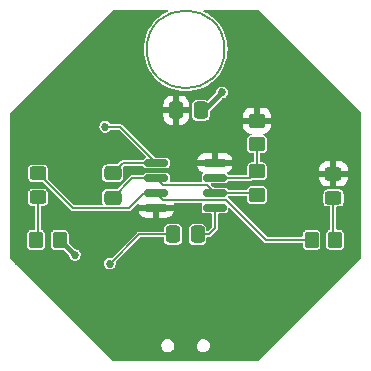
<source format=gbr>
%TF.GenerationSoftware,KiCad,Pcbnew,(6.0.2-0)*%
%TF.CreationDate,2022-04-12T20:56:32+02:00*%
%TF.ProjectId,Blinky,426c696e-6b79-42e6-9b69-6361645f7063,rev?*%
%TF.SameCoordinates,Original*%
%TF.FileFunction,Copper,L1,Top*%
%TF.FilePolarity,Positive*%
%FSLAX46Y46*%
G04 Gerber Fmt 4.6, Leading zero omitted, Abs format (unit mm)*
G04 Created by KiCad (PCBNEW (6.0.2-0)) date 2022-04-12 20:56:32*
%MOMM*%
%LPD*%
G01*
G04 APERTURE LIST*
G04 Aperture macros list*
%AMRoundRect*
0 Rectangle with rounded corners*
0 $1 Rounding radius*
0 $2 $3 $4 $5 $6 $7 $8 $9 X,Y pos of 4 corners*
0 Add a 4 corners polygon primitive as box body*
4,1,4,$2,$3,$4,$5,$6,$7,$8,$9,$2,$3,0*
0 Add four circle primitives for the rounded corners*
1,1,$1+$1,$2,$3*
1,1,$1+$1,$4,$5*
1,1,$1+$1,$6,$7*
1,1,$1+$1,$8,$9*
0 Add four rect primitives between the rounded corners*
20,1,$1+$1,$2,$3,$4,$5,0*
20,1,$1+$1,$4,$5,$6,$7,0*
20,1,$1+$1,$6,$7,$8,$9,0*
20,1,$1+$1,$8,$9,$2,$3,0*%
G04 Aperture macros list end*
%TA.AperFunction,NonConductor*%
%ADD10C,0.200000*%
%TD*%
%TA.AperFunction,SMDPad,CuDef*%
%ADD11RoundRect,0.250000X0.350000X0.450000X-0.350000X0.450000X-0.350000X-0.450000X0.350000X-0.450000X0*%
%TD*%
%TA.AperFunction,SMDPad,CuDef*%
%ADD12RoundRect,0.250000X0.475000X-0.337500X0.475000X0.337500X-0.475000X0.337500X-0.475000X-0.337500X0*%
%TD*%
%TA.AperFunction,SMDPad,CuDef*%
%ADD13RoundRect,0.250000X0.337500X0.475000X-0.337500X0.475000X-0.337500X-0.475000X0.337500X-0.475000X0*%
%TD*%
%TA.AperFunction,SMDPad,CuDef*%
%ADD14RoundRect,0.250000X-0.450000X0.350000X-0.450000X-0.350000X0.450000X-0.350000X0.450000X0.350000X0*%
%TD*%
%TA.AperFunction,SMDPad,CuDef*%
%ADD15RoundRect,0.250000X-0.350000X-0.450000X0.350000X-0.450000X0.350000X0.450000X-0.350000X0.450000X0*%
%TD*%
%TA.AperFunction,SMDPad,CuDef*%
%ADD16RoundRect,0.250000X-0.337500X-0.475000X0.337500X-0.475000X0.337500X0.475000X-0.337500X0.475000X0*%
%TD*%
%TA.AperFunction,SMDPad,CuDef*%
%ADD17RoundRect,0.250000X0.450000X-0.325000X0.450000X0.325000X-0.450000X0.325000X-0.450000X-0.325000X0*%
%TD*%
%TA.AperFunction,SMDPad,CuDef*%
%ADD18RoundRect,0.150000X-0.825000X-0.150000X0.825000X-0.150000X0.825000X0.150000X-0.825000X0.150000X0*%
%TD*%
%TA.AperFunction,ViaPad*%
%ADD19C,0.685800*%
%TD*%
%TA.AperFunction,Conductor*%
%ADD20C,0.400000*%
%TD*%
%TA.AperFunction,Conductor*%
%ADD21C,0.152400*%
%TD*%
%TA.AperFunction,Conductor*%
%ADD22C,0.200000*%
%TD*%
G04 APERTURE END LIST*
D10*
X196342013Y-42169994D02*
G75*
G03*
X196342013Y-42169994I-3292005J0D01*
G01*
D11*
%TO.P,R3,1*%
%TO.N,Net-(D1-Pad1)*%
X205710000Y-58290000D03*
%TO.P,R3,2*%
%TO.N,Net-(D2-Pad2)*%
X203710000Y-58290000D03*
%TD*%
D12*
%TO.P,C1,1*%
%TO.N,Net-(C1-Pad1)*%
X186870000Y-54732500D03*
%TO.P,C1,2*%
%TO.N,GND*%
X186870000Y-52657500D03*
%TD*%
D13*
%TO.P,C3,1*%
%TO.N,Net-(C3-Pad1)*%
X194057500Y-57840000D03*
%TO.P,C3,2*%
%TO.N,GND*%
X191982500Y-57840000D03*
%TD*%
D14*
%TO.P,R1,1*%
%TO.N,/VCC*%
X199090000Y-48200000D03*
%TO.P,R1,2*%
%TO.N,Net-(R1-Pad2)*%
X199090000Y-50200000D03*
%TD*%
D15*
%TO.P,R4,1*%
%TO.N,Net-(D2-Pad1)*%
X180390000Y-58290000D03*
%TO.P,R4,2*%
%TO.N,GND*%
X182390000Y-58290000D03*
%TD*%
D16*
%TO.P,C2,1*%
%TO.N,/VCC*%
X192262500Y-47320000D03*
%TO.P,C2,2*%
%TO.N,GND*%
X194337500Y-47320000D03*
%TD*%
D17*
%TO.P,D2,1,K*%
%TO.N,Net-(D2-Pad1)*%
X180535000Y-54697500D03*
%TO.P,D2,2,A*%
%TO.N,Net-(D2-Pad2)*%
X180535000Y-52647500D03*
%TD*%
D18*
%TO.P,U1,1,GND*%
%TO.N,GND*%
X190575000Y-51790000D03*
%TO.P,U1,2,TR*%
%TO.N,Net-(C1-Pad1)*%
X190575000Y-53060000D03*
%TO.P,U1,3,OUT*%
%TO.N,Net-(D2-Pad2)*%
X190575000Y-54330000D03*
%TO.P,U1,4,RESET*%
%TO.N,/VCC*%
X190575000Y-55600000D03*
%TO.P,U1,5,CNT*%
%TO.N,Net-(C3-Pad1)*%
X195525000Y-55600000D03*
%TO.P,U1,6,THR*%
%TO.N,Net-(C1-Pad1)*%
X195525000Y-54330000D03*
%TO.P,U1,7,DIS*%
%TO.N,Net-(R1-Pad2)*%
X195525000Y-53060000D03*
%TO.P,U1,8,Vdd*%
%TO.N,/VCC*%
X195525000Y-51790000D03*
%TD*%
D14*
%TO.P,R2,1*%
%TO.N,Net-(R1-Pad2)*%
X199090000Y-52500000D03*
%TO.P,R2,2*%
%TO.N,Net-(C1-Pad1)*%
X199090000Y-54500000D03*
%TD*%
D17*
%TO.P,D1,1,K*%
%TO.N,Net-(D1-Pad1)*%
X205565000Y-54742500D03*
%TO.P,D1,2,A*%
%TO.N,/VCC*%
X205565000Y-52692500D03*
%TD*%
D19*
%TO.N,GND*%
X196140000Y-45820000D03*
X186250000Y-48730000D03*
X183670000Y-59570000D03*
X186630000Y-60310000D03*
%TO.N,/VCC*%
X188440000Y-63340000D03*
%TD*%
D20*
%TO.N,GND*%
X194337500Y-47320000D02*
X194640000Y-47320000D01*
D21*
X189100000Y-57840000D02*
X186630000Y-60310000D01*
D22*
X190575000Y-51790000D02*
X187515000Y-48730000D01*
D21*
X191982500Y-57840000D02*
X189100000Y-57840000D01*
D20*
X194640000Y-47320000D02*
X196140000Y-45820000D01*
D22*
X187515000Y-48730000D02*
X186250000Y-48730000D01*
D20*
X182390000Y-58290000D02*
X183670000Y-59570000D01*
D22*
X187737500Y-51790000D02*
X190575000Y-51790000D01*
X186870000Y-52657500D02*
X187737500Y-51790000D01*
%TO.N,Net-(C1-Pad1)*%
X190575000Y-53060000D02*
X188542500Y-53060000D01*
X198920000Y-54330000D02*
X199090000Y-54500000D01*
X190575000Y-53060000D02*
X191174520Y-53659520D01*
X194854520Y-53659520D02*
X195525000Y-54330000D01*
X188542500Y-53060000D02*
X186870000Y-54732500D01*
X191174520Y-53659520D02*
X194854520Y-53659520D01*
X195525000Y-54330000D02*
X198920000Y-54330000D01*
%TO.N,Net-(C3-Pad1)*%
X195525000Y-57315000D02*
X195525000Y-55600000D01*
X194057500Y-57840000D02*
X195000000Y-57840000D01*
X195000000Y-57840000D02*
X195525000Y-57315000D01*
%TO.N,Net-(D1-Pad1)*%
X205565000Y-54742500D02*
X205565000Y-58145000D01*
X205565000Y-58145000D02*
X205710000Y-58290000D01*
%TO.N,Net-(D2-Pad1)*%
X180535000Y-58145000D02*
X180535000Y-54697500D01*
X180390000Y-58290000D02*
X180535000Y-58145000D01*
%TO.N,Net-(D2-Pad2)*%
X203710000Y-58290000D02*
X199825717Y-58290000D01*
X196465717Y-54930000D02*
X191175000Y-54930000D01*
X183507020Y-55619520D02*
X188270480Y-55619520D01*
X188270480Y-55619520D02*
X189560000Y-54330000D01*
X189560000Y-54330000D02*
X190575000Y-54330000D01*
X199825717Y-58290000D02*
X196465717Y-54930000D01*
X191175000Y-54930000D02*
X190575000Y-54330000D01*
X180535000Y-52647500D02*
X183507020Y-55619520D01*
%TO.N,Net-(R1-Pad2)*%
X199090000Y-50200000D02*
X199090000Y-52500000D01*
X198530000Y-53060000D02*
X195525000Y-53060000D01*
X199090000Y-52500000D02*
X198530000Y-53060000D01*
%TD*%
%TA.AperFunction,Conductor*%
%TO.N,/VCC*%
G36*
X191518476Y-38854993D02*
G01*
X191544196Y-38899542D01*
X191535263Y-38950200D01*
X191504278Y-38979604D01*
X191275374Y-39096237D01*
X191273731Y-39097304D01*
X190973072Y-39292554D01*
X190963800Y-39298575D01*
X190962270Y-39299814D01*
X190791606Y-39438015D01*
X190675083Y-39532373D01*
X190412387Y-39795069D01*
X190178589Y-40083786D01*
X189976251Y-40395360D01*
X189807589Y-40726376D01*
X189674453Y-41073210D01*
X189578299Y-41432059D01*
X189520182Y-41798994D01*
X189502963Y-42127554D01*
X189500739Y-42169994D01*
X189520182Y-42540994D01*
X189578299Y-42907929D01*
X189674453Y-43266778D01*
X189807589Y-43613612D01*
X189976251Y-43944628D01*
X190178589Y-44256202D01*
X190412387Y-44544919D01*
X190675083Y-44807615D01*
X190676612Y-44808853D01*
X190676614Y-44808855D01*
X190836235Y-44938113D01*
X190963800Y-45041413D01*
X190965447Y-45042483D01*
X190965449Y-45042484D01*
X190995353Y-45061904D01*
X191275373Y-45243751D01*
X191606390Y-45412413D01*
X191953224Y-45545549D01*
X192312073Y-45641703D01*
X192679008Y-45699820D01*
X193050008Y-45719263D01*
X193421008Y-45699820D01*
X193787943Y-45641703D01*
X194146792Y-45545549D01*
X194493626Y-45412413D01*
X194824643Y-45243751D01*
X195104663Y-45061904D01*
X195134567Y-45042484D01*
X195134569Y-45042483D01*
X195136216Y-45041413D01*
X195263781Y-44938113D01*
X195423402Y-44808855D01*
X195423404Y-44808853D01*
X195424933Y-44807615D01*
X195687629Y-44544919D01*
X195921427Y-44256202D01*
X196123765Y-43944628D01*
X196292427Y-43613612D01*
X196425563Y-43266778D01*
X196521717Y-42907929D01*
X196579834Y-42540994D01*
X196599277Y-42169994D01*
X196579834Y-41798994D01*
X196521717Y-41432059D01*
X196425563Y-41073210D01*
X196292427Y-40726376D01*
X196123765Y-40395360D01*
X195921427Y-40083786D01*
X195687629Y-39795069D01*
X195424933Y-39532373D01*
X195308411Y-39438015D01*
X195137746Y-39299814D01*
X195136216Y-39298575D01*
X195126945Y-39292554D01*
X194826286Y-39097304D01*
X194824643Y-39096237D01*
X194595738Y-38979604D01*
X194560656Y-38941983D01*
X194557964Y-38890614D01*
X194588921Y-38849532D01*
X194629878Y-38837400D01*
X199215498Y-38837400D01*
X199263836Y-38854993D01*
X199268757Y-38859512D01*
X205941406Y-45555012D01*
X207895665Y-47515964D01*
X207917325Y-47562621D01*
X207917600Y-47569047D01*
X207917600Y-59810725D01*
X207900007Y-59859063D01*
X207895574Y-59863899D01*
X199228900Y-68530574D01*
X199182280Y-68552314D01*
X199175726Y-68552600D01*
X186924275Y-68552600D01*
X186875937Y-68535007D01*
X186871101Y-68530574D01*
X185641971Y-67301444D01*
X190993003Y-67301444D01*
X191022945Y-67449941D01*
X191091718Y-67584915D01*
X191194255Y-67696423D01*
X191323001Y-67776249D01*
X191327922Y-67777679D01*
X191327925Y-67777680D01*
X191464690Y-67817414D01*
X191464694Y-67817415D01*
X191468471Y-67818512D01*
X191479215Y-67819301D01*
X191587946Y-67819301D01*
X191590485Y-67818953D01*
X191590488Y-67818953D01*
X191695004Y-67804636D01*
X191695005Y-67804636D01*
X191700084Y-67803940D01*
X191839110Y-67743778D01*
X191956836Y-67648445D01*
X192044588Y-67524966D01*
X192095902Y-67382436D01*
X192101850Y-67301444D01*
X193993003Y-67301444D01*
X194022945Y-67449941D01*
X194091718Y-67584915D01*
X194194255Y-67696423D01*
X194323001Y-67776249D01*
X194327922Y-67777679D01*
X194327925Y-67777680D01*
X194464690Y-67817414D01*
X194464694Y-67817415D01*
X194468471Y-67818512D01*
X194479215Y-67819301D01*
X194587946Y-67819301D01*
X194590485Y-67818953D01*
X194590488Y-67818953D01*
X194695004Y-67804636D01*
X194695005Y-67804636D01*
X194700084Y-67803940D01*
X194839110Y-67743778D01*
X194956836Y-67648445D01*
X195044588Y-67524966D01*
X195095902Y-67382436D01*
X195106997Y-67231358D01*
X195077055Y-67082861D01*
X195008282Y-66947887D01*
X194905745Y-66836379D01*
X194776999Y-66756553D01*
X194772078Y-66755123D01*
X194772075Y-66755122D01*
X194635310Y-66715388D01*
X194635306Y-66715387D01*
X194631529Y-66714290D01*
X194620785Y-66713501D01*
X194512054Y-66713501D01*
X194509515Y-66713849D01*
X194509512Y-66713849D01*
X194404996Y-66728166D01*
X194404995Y-66728166D01*
X194399916Y-66728862D01*
X194260890Y-66789024D01*
X194143164Y-66884357D01*
X194055412Y-67007836D01*
X194004098Y-67150366D01*
X193993003Y-67301444D01*
X192101850Y-67301444D01*
X192106997Y-67231358D01*
X192077055Y-67082861D01*
X192008282Y-66947887D01*
X191905745Y-66836379D01*
X191776999Y-66756553D01*
X191772078Y-66755123D01*
X191772075Y-66755122D01*
X191635310Y-66715388D01*
X191635306Y-66715387D01*
X191631529Y-66714290D01*
X191620785Y-66713501D01*
X191512054Y-66713501D01*
X191509515Y-66713849D01*
X191509512Y-66713849D01*
X191404996Y-66728166D01*
X191404995Y-66728166D01*
X191399916Y-66728862D01*
X191260890Y-66789024D01*
X191143164Y-66884357D01*
X191055412Y-67007836D01*
X191004098Y-67150366D01*
X190993003Y-67301444D01*
X185641971Y-67301444D01*
X178644407Y-60303881D01*
X186129139Y-60303881D01*
X186129833Y-60309188D01*
X186129833Y-60309191D01*
X186131915Y-60325108D01*
X186147554Y-60444701D01*
X186204752Y-60574694D01*
X186296135Y-60683407D01*
X186414358Y-60762103D01*
X186419470Y-60763700D01*
X186419472Y-60763701D01*
X186544798Y-60802856D01*
X186549916Y-60804455D01*
X186614966Y-60805647D01*
X186686550Y-60806959D01*
X186686552Y-60806959D01*
X186691912Y-60807057D01*
X186697083Y-60805647D01*
X186697085Y-60805647D01*
X186770345Y-60785673D01*
X186828931Y-60769701D01*
X186949958Y-60695391D01*
X186953550Y-60691423D01*
X186953552Y-60691421D01*
X186994150Y-60646568D01*
X187045263Y-60590099D01*
X187107186Y-60462290D01*
X187130748Y-60322238D01*
X187130898Y-60310000D01*
X187114070Y-60192494D01*
X187124634Y-60142150D01*
X187135337Y-60128659D01*
X189172870Y-58091126D01*
X189219490Y-58069386D01*
X189226044Y-58069100D01*
X191166900Y-58069100D01*
X191215238Y-58086693D01*
X191240958Y-58131242D01*
X191242100Y-58144300D01*
X191242100Y-58346708D01*
X191257043Y-58441055D01*
X191259730Y-58446328D01*
X191309672Y-58544345D01*
X191314984Y-58554771D01*
X191405229Y-58645016D01*
X191518945Y-58702957D01*
X191524792Y-58703883D01*
X191610374Y-58717438D01*
X191610376Y-58717438D01*
X191613292Y-58717900D01*
X192351708Y-58717900D01*
X192354624Y-58717438D01*
X192354626Y-58717438D01*
X192440208Y-58703883D01*
X192446055Y-58702957D01*
X192559771Y-58645016D01*
X192650016Y-58554771D01*
X192655329Y-58544345D01*
X192705270Y-58446328D01*
X192707957Y-58441055D01*
X192722900Y-58346708D01*
X192722900Y-57333292D01*
X192707957Y-57238945D01*
X192650016Y-57125229D01*
X192559771Y-57034984D01*
X192446055Y-56977043D01*
X192415040Y-56972131D01*
X192354626Y-56962562D01*
X192354624Y-56962562D01*
X192351708Y-56962100D01*
X191613292Y-56962100D01*
X191610376Y-56962562D01*
X191610374Y-56962562D01*
X191549960Y-56972131D01*
X191518945Y-56977043D01*
X191405229Y-57034984D01*
X191314984Y-57125229D01*
X191257043Y-57238945D01*
X191242100Y-57333292D01*
X191242100Y-57535700D01*
X191224507Y-57584038D01*
X191179958Y-57609758D01*
X191166900Y-57610900D01*
X189107960Y-57610900D01*
X189104025Y-57610797D01*
X189097617Y-57610461D01*
X189063360Y-57608666D01*
X189040254Y-57617535D01*
X189028948Y-57620884D01*
X189024064Y-57621923D01*
X189012463Y-57624388D01*
X189012461Y-57624389D01*
X189004735Y-57626031D01*
X188997747Y-57631108D01*
X188980497Y-57640473D01*
X188972435Y-57643568D01*
X188954936Y-57661067D01*
X188945963Y-57668731D01*
X188925942Y-57683278D01*
X188921991Y-57690121D01*
X188921625Y-57690756D01*
X188909674Y-57706329D01*
X186810715Y-59805288D01*
X186764095Y-59827028D01*
X186735995Y-59824161D01*
X186709173Y-59816140D01*
X186704037Y-59814604D01*
X186698681Y-59814571D01*
X186698679Y-59814571D01*
X186635330Y-59814184D01*
X186562020Y-59813736D01*
X186425468Y-59852763D01*
X186305358Y-59928547D01*
X186211346Y-60034996D01*
X186150989Y-60163552D01*
X186129139Y-60303881D01*
X178644407Y-60303881D01*
X178204426Y-59863900D01*
X178182686Y-59817280D01*
X178182400Y-59810726D01*
X178182400Y-58771708D01*
X179637100Y-58771708D01*
X179652043Y-58866055D01*
X179709984Y-58979771D01*
X179800229Y-59070016D01*
X179805505Y-59072704D01*
X179805506Y-59072705D01*
X179809233Y-59074604D01*
X179913945Y-59127957D01*
X179919792Y-59128883D01*
X180005374Y-59142438D01*
X180005376Y-59142438D01*
X180008292Y-59142900D01*
X180771708Y-59142900D01*
X180774624Y-59142438D01*
X180774626Y-59142438D01*
X180860208Y-59128883D01*
X180866055Y-59127957D01*
X180970767Y-59074604D01*
X180974494Y-59072705D01*
X180974495Y-59072704D01*
X180979771Y-59070016D01*
X181070016Y-58979771D01*
X181127957Y-58866055D01*
X181142900Y-58771708D01*
X181637100Y-58771708D01*
X181652043Y-58866055D01*
X181709984Y-58979771D01*
X181800229Y-59070016D01*
X181805505Y-59072704D01*
X181805506Y-59072705D01*
X181809233Y-59074604D01*
X181913945Y-59127957D01*
X181919792Y-59128883D01*
X182005374Y-59142438D01*
X182005376Y-59142438D01*
X182008292Y-59142900D01*
X182712676Y-59142900D01*
X182761014Y-59160493D01*
X182765850Y-59164926D01*
X183151715Y-59550791D01*
X183173105Y-59594213D01*
X183187554Y-59704701D01*
X183244752Y-59834694D01*
X183248197Y-59838792D01*
X183248198Y-59838794D01*
X183261039Y-59854070D01*
X183336135Y-59943407D01*
X183454358Y-60022103D01*
X183459470Y-60023700D01*
X183459472Y-60023701D01*
X183584798Y-60062856D01*
X183589916Y-60064455D01*
X183654966Y-60065647D01*
X183726550Y-60066959D01*
X183726552Y-60066959D01*
X183731912Y-60067057D01*
X183737083Y-60065647D01*
X183737085Y-60065647D01*
X183810345Y-60045673D01*
X183868931Y-60029701D01*
X183976224Y-59963824D01*
X183985393Y-59958194D01*
X183985394Y-59958194D01*
X183989958Y-59955391D01*
X183993550Y-59951423D01*
X183993552Y-59951421D01*
X184072771Y-59863900D01*
X184085263Y-59850099D01*
X184147186Y-59722290D01*
X184170748Y-59582238D01*
X184170898Y-59570000D01*
X184150765Y-59429415D01*
X184091983Y-59300131D01*
X184050480Y-59251965D01*
X184002772Y-59196596D01*
X184002769Y-59196593D01*
X183999278Y-59192542D01*
X183949833Y-59160493D01*
X183884599Y-59118210D01*
X183884598Y-59118210D01*
X183880103Y-59115296D01*
X183744037Y-59074604D01*
X183738681Y-59074571D01*
X183738679Y-59074571D01*
X183716656Y-59074437D01*
X183704125Y-59074360D01*
X183655896Y-59056471D01*
X183651411Y-59052335D01*
X183164926Y-58565850D01*
X183143186Y-58519230D01*
X183142900Y-58512676D01*
X183142900Y-57808292D01*
X183127957Y-57713945D01*
X183090522Y-57640475D01*
X183072705Y-57605506D01*
X183072704Y-57605505D01*
X183070016Y-57600229D01*
X182979771Y-57509984D01*
X182963013Y-57501445D01*
X182926656Y-57482921D01*
X182866055Y-57452043D01*
X182835040Y-57447131D01*
X182774626Y-57437562D01*
X182774624Y-57437562D01*
X182771708Y-57437100D01*
X182008292Y-57437100D01*
X182005376Y-57437562D01*
X182005374Y-57437562D01*
X181944960Y-57447131D01*
X181913945Y-57452043D01*
X181853344Y-57482921D01*
X181816988Y-57501445D01*
X181800229Y-57509984D01*
X181709984Y-57600229D01*
X181707296Y-57605505D01*
X181707295Y-57605506D01*
X181689478Y-57640475D01*
X181652043Y-57713945D01*
X181637100Y-57808292D01*
X181637100Y-58771708D01*
X181142900Y-58771708D01*
X181142900Y-57808292D01*
X181127957Y-57713945D01*
X181090522Y-57640475D01*
X181072705Y-57605506D01*
X181072704Y-57605505D01*
X181070016Y-57600229D01*
X180979771Y-57509984D01*
X180963013Y-57501445D01*
X180871327Y-57454729D01*
X180871326Y-57454729D01*
X180866055Y-57452043D01*
X180860210Y-57451117D01*
X180860209Y-57451117D01*
X180851337Y-57449712D01*
X180806346Y-57424774D01*
X180787900Y-57375438D01*
X180787900Y-55500600D01*
X180805493Y-55452262D01*
X180850042Y-55426542D01*
X180863100Y-55425400D01*
X181016708Y-55425400D01*
X181019624Y-55424938D01*
X181019626Y-55424938D01*
X181105208Y-55411383D01*
X181111055Y-55410457D01*
X181182730Y-55373937D01*
X181219494Y-55355205D01*
X181219495Y-55355204D01*
X181224771Y-55352516D01*
X181315016Y-55262271D01*
X181372957Y-55148555D01*
X181387900Y-55054208D01*
X181387900Y-54340792D01*
X181372957Y-54246445D01*
X181335810Y-54173539D01*
X181317705Y-54138006D01*
X181317704Y-54138005D01*
X181315016Y-54132729D01*
X181224771Y-54042484D01*
X181204647Y-54032230D01*
X181155214Y-54007043D01*
X181111055Y-53984543D01*
X181080040Y-53979631D01*
X181019626Y-53970062D01*
X181019624Y-53970062D01*
X181016708Y-53969600D01*
X180053292Y-53969600D01*
X180050376Y-53970062D01*
X180050374Y-53970062D01*
X179989960Y-53979631D01*
X179958945Y-53984543D01*
X179914786Y-54007043D01*
X179865354Y-54032230D01*
X179845229Y-54042484D01*
X179754984Y-54132729D01*
X179752296Y-54138005D01*
X179752295Y-54138006D01*
X179734190Y-54173539D01*
X179697043Y-54246445D01*
X179682100Y-54340792D01*
X179682100Y-55054208D01*
X179697043Y-55148555D01*
X179754984Y-55262271D01*
X179845229Y-55352516D01*
X179850505Y-55355204D01*
X179850506Y-55355205D01*
X179887270Y-55373937D01*
X179958945Y-55410457D01*
X179964792Y-55411383D01*
X180050374Y-55424938D01*
X180050376Y-55424938D01*
X180053292Y-55425400D01*
X180206900Y-55425400D01*
X180255238Y-55442993D01*
X180280958Y-55487542D01*
X180282100Y-55500600D01*
X180282100Y-57361900D01*
X180264507Y-57410238D01*
X180219958Y-57435958D01*
X180206900Y-57437100D01*
X180008292Y-57437100D01*
X180005376Y-57437562D01*
X180005374Y-57437562D01*
X179944960Y-57447131D01*
X179913945Y-57452043D01*
X179853344Y-57482921D01*
X179816988Y-57501445D01*
X179800229Y-57509984D01*
X179709984Y-57600229D01*
X179707296Y-57605505D01*
X179707295Y-57605506D01*
X179689478Y-57640475D01*
X179652043Y-57713945D01*
X179637100Y-57808292D01*
X179637100Y-58771708D01*
X178182400Y-58771708D01*
X178182400Y-53004208D01*
X179682100Y-53004208D01*
X179697043Y-53098555D01*
X179754984Y-53212271D01*
X179845229Y-53302516D01*
X179850505Y-53305204D01*
X179850506Y-53305205D01*
X179889388Y-53325016D01*
X179958945Y-53360457D01*
X179964792Y-53361383D01*
X180050374Y-53374938D01*
X180050376Y-53374938D01*
X180053292Y-53375400D01*
X180874097Y-53375400D01*
X180922435Y-53392993D01*
X180927271Y-53397426D01*
X183305341Y-55775496D01*
X183314693Y-55786891D01*
X183324689Y-55801851D01*
X183345806Y-55815961D01*
X183345807Y-55815962D01*
X183408343Y-55857747D01*
X183415605Y-55859191D01*
X183415606Y-55859192D01*
X183499755Y-55875930D01*
X183507020Y-55877375D01*
X183524668Y-55873865D01*
X183539336Y-55872420D01*
X188238164Y-55872420D01*
X188252832Y-55873865D01*
X188270480Y-55877375D01*
X188277745Y-55875930D01*
X188361894Y-55859192D01*
X188361895Y-55859191D01*
X188361910Y-55859188D01*
X189097248Y-55859188D01*
X189097416Y-55862291D01*
X189139998Y-56008858D01*
X189143726Y-56017471D01*
X189223536Y-56152425D01*
X189229294Y-56159847D01*
X189340153Y-56270706D01*
X189347575Y-56276464D01*
X189482529Y-56356274D01*
X189491142Y-56360002D01*
X189642555Y-56403992D01*
X189650083Y-56405367D01*
X189682065Y-56407884D01*
X189685023Y-56408000D01*
X190307741Y-56408000D01*
X190317898Y-56404303D01*
X190321000Y-56398931D01*
X190321000Y-56394740D01*
X190829000Y-56394740D01*
X190832697Y-56404897D01*
X190838069Y-56407999D01*
X191464975Y-56407999D01*
X191467938Y-56407882D01*
X191499919Y-56405367D01*
X191507442Y-56403993D01*
X191658858Y-56360002D01*
X191667471Y-56356274D01*
X191802425Y-56276464D01*
X191809847Y-56270706D01*
X191920706Y-56159847D01*
X191926464Y-56152425D01*
X192006274Y-56017471D01*
X192010002Y-56008858D01*
X192051293Y-55866734D01*
X192050577Y-55855946D01*
X192049385Y-55854704D01*
X192046360Y-55854000D01*
X190842259Y-55854000D01*
X190832102Y-55857697D01*
X190829000Y-55863069D01*
X190829000Y-56394740D01*
X190321000Y-56394740D01*
X190321000Y-55867259D01*
X190317303Y-55857102D01*
X190311931Y-55854000D01*
X189108266Y-55854000D01*
X189098109Y-55857697D01*
X189097248Y-55859188D01*
X188361910Y-55859188D01*
X188369157Y-55857747D01*
X188431693Y-55815962D01*
X188431694Y-55815961D01*
X188452811Y-55801851D01*
X188462807Y-55786891D01*
X188472159Y-55775496D01*
X188970005Y-55277650D01*
X189016625Y-55255910D01*
X189066312Y-55269224D01*
X189095817Y-55311361D01*
X189098214Y-55325841D01*
X189099423Y-55344054D01*
X189100615Y-55345296D01*
X189103640Y-55346000D01*
X192041734Y-55346000D01*
X192051891Y-55342303D01*
X192052752Y-55340812D01*
X192052584Y-55337707D01*
X192035551Y-55279080D01*
X192038960Y-55227754D01*
X192074564Y-55190626D01*
X192107765Y-55182900D01*
X194371396Y-55182900D01*
X194419734Y-55200493D01*
X194445454Y-55245042D01*
X194440174Y-55288506D01*
X194400118Y-55379111D01*
X194397100Y-55404996D01*
X194397100Y-55795004D01*
X194397363Y-55797211D01*
X194397363Y-55797218D01*
X194398404Y-55805963D01*
X194400242Y-55821412D01*
X194446048Y-55924536D01*
X194450959Y-55929438D01*
X194520683Y-55999041D01*
X194525907Y-56004256D01*
X194532257Y-56007063D01*
X194532258Y-56007064D01*
X194588828Y-56032073D01*
X194629111Y-56049882D01*
X194634729Y-56050537D01*
X194652834Y-56052648D01*
X194652835Y-56052648D01*
X194654996Y-56052900D01*
X195196900Y-56052900D01*
X195245238Y-56070493D01*
X195270958Y-56115042D01*
X195272100Y-56128100D01*
X195272100Y-57179097D01*
X195254507Y-57227435D01*
X195250074Y-57232271D01*
X194926274Y-57556071D01*
X194879654Y-57577811D01*
X194829967Y-57564497D01*
X194800462Y-57522360D01*
X194797900Y-57502897D01*
X194797900Y-57333292D01*
X194782957Y-57238945D01*
X194725016Y-57125229D01*
X194634771Y-57034984D01*
X194521055Y-56977043D01*
X194490040Y-56972131D01*
X194429626Y-56962562D01*
X194429624Y-56962562D01*
X194426708Y-56962100D01*
X193688292Y-56962100D01*
X193685376Y-56962562D01*
X193685374Y-56962562D01*
X193624960Y-56972131D01*
X193593945Y-56977043D01*
X193480229Y-57034984D01*
X193389984Y-57125229D01*
X193332043Y-57238945D01*
X193317100Y-57333292D01*
X193317100Y-58346708D01*
X193332043Y-58441055D01*
X193334730Y-58446328D01*
X193384672Y-58544345D01*
X193389984Y-58554771D01*
X193480229Y-58645016D01*
X193593945Y-58702957D01*
X193599792Y-58703883D01*
X193685374Y-58717438D01*
X193685376Y-58717438D01*
X193688292Y-58717900D01*
X194426708Y-58717900D01*
X194429624Y-58717438D01*
X194429626Y-58717438D01*
X194515208Y-58703883D01*
X194521055Y-58702957D01*
X194634771Y-58645016D01*
X194725016Y-58554771D01*
X194730329Y-58544345D01*
X194780270Y-58446328D01*
X194782957Y-58441055D01*
X194797900Y-58346708D01*
X194797900Y-58168100D01*
X194815493Y-58119762D01*
X194860042Y-58094042D01*
X194873100Y-58092900D01*
X194967684Y-58092900D01*
X194982352Y-58094345D01*
X195000000Y-58097855D01*
X195007265Y-58096410D01*
X195091414Y-58079672D01*
X195091415Y-58079671D01*
X195098677Y-58078227D01*
X195161213Y-58036442D01*
X195161214Y-58036441D01*
X195182331Y-58022331D01*
X195192327Y-58007371D01*
X195201679Y-57995976D01*
X195680976Y-57516679D01*
X195692371Y-57507327D01*
X195701174Y-57501445D01*
X195707331Y-57497331D01*
X195739149Y-57449712D01*
X195759112Y-57419836D01*
X195759113Y-57419835D01*
X195763227Y-57413677D01*
X195777900Y-57339911D01*
X195782855Y-57315000D01*
X195779345Y-57297352D01*
X195777900Y-57282684D01*
X195777900Y-56128100D01*
X195795493Y-56079762D01*
X195840042Y-56054042D01*
X195853100Y-56052900D01*
X196395004Y-56052900D01*
X196397211Y-56052637D01*
X196397218Y-56052637D01*
X196415809Y-56050425D01*
X196415811Y-56050424D01*
X196421412Y-56049758D01*
X196524536Y-56003952D01*
X196564598Y-55963821D01*
X196599351Y-55929007D01*
X196599352Y-55929006D01*
X196604256Y-55924093D01*
X196649882Y-55820889D01*
X196652900Y-55795004D01*
X196652900Y-55656386D01*
X196670493Y-55608048D01*
X196715042Y-55582328D01*
X196765700Y-55591261D01*
X196781274Y-55603212D01*
X199624036Y-58445973D01*
X199633388Y-58457368D01*
X199643386Y-58472331D01*
X199727040Y-58528227D01*
X199800806Y-58542900D01*
X199800807Y-58542900D01*
X199825717Y-58547855D01*
X199843365Y-58544345D01*
X199858033Y-58542900D01*
X202881900Y-58542900D01*
X202930238Y-58560493D01*
X202955958Y-58605042D01*
X202957100Y-58618100D01*
X202957100Y-58771708D01*
X202972043Y-58866055D01*
X203029984Y-58979771D01*
X203120229Y-59070016D01*
X203125505Y-59072704D01*
X203125506Y-59072705D01*
X203129233Y-59074604D01*
X203233945Y-59127957D01*
X203239792Y-59128883D01*
X203325374Y-59142438D01*
X203325376Y-59142438D01*
X203328292Y-59142900D01*
X204091708Y-59142900D01*
X204094624Y-59142438D01*
X204094626Y-59142438D01*
X204180208Y-59128883D01*
X204186055Y-59127957D01*
X204290767Y-59074604D01*
X204294494Y-59072705D01*
X204294495Y-59072704D01*
X204299771Y-59070016D01*
X204390016Y-58979771D01*
X204447957Y-58866055D01*
X204462900Y-58771708D01*
X204462900Y-57808292D01*
X204447957Y-57713945D01*
X204410522Y-57640475D01*
X204392705Y-57605506D01*
X204392704Y-57605505D01*
X204390016Y-57600229D01*
X204299771Y-57509984D01*
X204283013Y-57501445D01*
X204246656Y-57482921D01*
X204186055Y-57452043D01*
X204155040Y-57447131D01*
X204094626Y-57437562D01*
X204094624Y-57437562D01*
X204091708Y-57437100D01*
X203328292Y-57437100D01*
X203325376Y-57437562D01*
X203325374Y-57437562D01*
X203264960Y-57447131D01*
X203233945Y-57452043D01*
X203173344Y-57482921D01*
X203136988Y-57501445D01*
X203120229Y-57509984D01*
X203029984Y-57600229D01*
X203027296Y-57605505D01*
X203027295Y-57605506D01*
X203009478Y-57640475D01*
X202972043Y-57713945D01*
X202957100Y-57808292D01*
X202957100Y-57961900D01*
X202939507Y-58010238D01*
X202894958Y-58035958D01*
X202881900Y-58037100D01*
X199961619Y-58037100D01*
X199913281Y-58019507D01*
X199908445Y-58015074D01*
X198292303Y-56398931D01*
X196667396Y-54774024D01*
X196658044Y-54762629D01*
X196652162Y-54753826D01*
X196648048Y-54747669D01*
X196634864Y-54738859D01*
X196604448Y-54697376D01*
X196607865Y-54645930D01*
X196615928Y-54627692D01*
X196651562Y-54590597D01*
X196684705Y-54582900D01*
X198161900Y-54582900D01*
X198210238Y-54600493D01*
X198235958Y-54645042D01*
X198237100Y-54658100D01*
X198237100Y-54881708D01*
X198252043Y-54976055D01*
X198254730Y-54981328D01*
X198293351Y-55057126D01*
X198309984Y-55089771D01*
X198400229Y-55180016D01*
X198405505Y-55182704D01*
X198405506Y-55182705D01*
X198442056Y-55201328D01*
X198513945Y-55237957D01*
X198519792Y-55238883D01*
X198605374Y-55252438D01*
X198605376Y-55252438D01*
X198608292Y-55252900D01*
X199571708Y-55252900D01*
X199574624Y-55252438D01*
X199574626Y-55252438D01*
X199660208Y-55238883D01*
X199666055Y-55237957D01*
X199737944Y-55201328D01*
X199774494Y-55182705D01*
X199774495Y-55182704D01*
X199779771Y-55180016D01*
X199860579Y-55099208D01*
X204712100Y-55099208D01*
X204727043Y-55193555D01*
X204784984Y-55307271D01*
X204875229Y-55397516D01*
X204880505Y-55400204D01*
X204880506Y-55400205D01*
X204928344Y-55424579D01*
X204988945Y-55455457D01*
X204994792Y-55456383D01*
X205080374Y-55469938D01*
X205080376Y-55469938D01*
X205083292Y-55470400D01*
X205236900Y-55470400D01*
X205285238Y-55487993D01*
X205310958Y-55532542D01*
X205312100Y-55545600D01*
X205312100Y-57375438D01*
X205294507Y-57423776D01*
X205248663Y-57449712D01*
X205239791Y-57451117D01*
X205239790Y-57451117D01*
X205233945Y-57452043D01*
X205228674Y-57454729D01*
X205228673Y-57454729D01*
X205136988Y-57501445D01*
X205120229Y-57509984D01*
X205029984Y-57600229D01*
X205027296Y-57605505D01*
X205027295Y-57605506D01*
X205009478Y-57640475D01*
X204972043Y-57713945D01*
X204957100Y-57808292D01*
X204957100Y-58771708D01*
X204972043Y-58866055D01*
X205029984Y-58979771D01*
X205120229Y-59070016D01*
X205125505Y-59072704D01*
X205125506Y-59072705D01*
X205129233Y-59074604D01*
X205233945Y-59127957D01*
X205239792Y-59128883D01*
X205325374Y-59142438D01*
X205325376Y-59142438D01*
X205328292Y-59142900D01*
X206091708Y-59142900D01*
X206094624Y-59142438D01*
X206094626Y-59142438D01*
X206180208Y-59128883D01*
X206186055Y-59127957D01*
X206290767Y-59074604D01*
X206294494Y-59072705D01*
X206294495Y-59072704D01*
X206299771Y-59070016D01*
X206390016Y-58979771D01*
X206447957Y-58866055D01*
X206462900Y-58771708D01*
X206462900Y-57808292D01*
X206447957Y-57713945D01*
X206410522Y-57640475D01*
X206392705Y-57605506D01*
X206392704Y-57605505D01*
X206390016Y-57600229D01*
X206299771Y-57509984D01*
X206283013Y-57501445D01*
X206246656Y-57482921D01*
X206186055Y-57452043D01*
X206155040Y-57447131D01*
X206094626Y-57437562D01*
X206094624Y-57437562D01*
X206091708Y-57437100D01*
X205893100Y-57437100D01*
X205844762Y-57419507D01*
X205819042Y-57374958D01*
X205817900Y-57361900D01*
X205817900Y-55545600D01*
X205835493Y-55497262D01*
X205880042Y-55471542D01*
X205893100Y-55470400D01*
X206046708Y-55470400D01*
X206049624Y-55469938D01*
X206049626Y-55469938D01*
X206135208Y-55456383D01*
X206141055Y-55455457D01*
X206201656Y-55424579D01*
X206249494Y-55400205D01*
X206249495Y-55400204D01*
X206254771Y-55397516D01*
X206345016Y-55307271D01*
X206402957Y-55193555D01*
X206417900Y-55099208D01*
X206417900Y-54385792D01*
X206402957Y-54291445D01*
X206345016Y-54177729D01*
X206254771Y-54087484D01*
X206234392Y-54077100D01*
X206199863Y-54059507D01*
X206141055Y-54029543D01*
X206105710Y-54023945D01*
X206049626Y-54015062D01*
X206049624Y-54015062D01*
X206046708Y-54014600D01*
X205083292Y-54014600D01*
X205080376Y-54015062D01*
X205080374Y-54015062D01*
X205024290Y-54023945D01*
X204988945Y-54029543D01*
X204930137Y-54059507D01*
X204895609Y-54077100D01*
X204875229Y-54087484D01*
X204784984Y-54177729D01*
X204727043Y-54291445D01*
X204712100Y-54385792D01*
X204712100Y-55099208D01*
X199860579Y-55099208D01*
X199870016Y-55089771D01*
X199886650Y-55057126D01*
X199925270Y-54981328D01*
X199927957Y-54976055D01*
X199942900Y-54881708D01*
X199942900Y-54118292D01*
X199942251Y-54114191D01*
X199928883Y-54029792D01*
X199927957Y-54023945D01*
X199897079Y-53963344D01*
X199872705Y-53915506D01*
X199872704Y-53915505D01*
X199870016Y-53910229D01*
X199779771Y-53819984D01*
X199666055Y-53762043D01*
X199635040Y-53757131D01*
X199574626Y-53747562D01*
X199574624Y-53747562D01*
X199571708Y-53747100D01*
X198608292Y-53747100D01*
X198605376Y-53747562D01*
X198605374Y-53747562D01*
X198544960Y-53757131D01*
X198513945Y-53762043D01*
X198400229Y-53819984D01*
X198309984Y-53910229D01*
X198307296Y-53915505D01*
X198307295Y-53915506D01*
X198283774Y-53961669D01*
X198252043Y-54023945D01*
X198251657Y-54026382D01*
X198220958Y-54065674D01*
X198181109Y-54077100D01*
X196684654Y-54077100D01*
X196636316Y-54059507D01*
X196615929Y-54032428D01*
X196614758Y-54029792D01*
X196603952Y-54005464D01*
X196563821Y-53965402D01*
X196529007Y-53930649D01*
X196529006Y-53930648D01*
X196524093Y-53925744D01*
X196517743Y-53922937D01*
X196517742Y-53922936D01*
X196461172Y-53897927D01*
X196420889Y-53880118D01*
X196397260Y-53877363D01*
X196397166Y-53877352D01*
X196397165Y-53877352D01*
X196395004Y-53877100D01*
X195460903Y-53877100D01*
X195412565Y-53859507D01*
X195407729Y-53855074D01*
X195193929Y-53641274D01*
X195172189Y-53594654D01*
X195185503Y-53544967D01*
X195227640Y-53515462D01*
X195247103Y-53512900D01*
X196395004Y-53512900D01*
X196397211Y-53512637D01*
X196397218Y-53512637D01*
X196415809Y-53510425D01*
X196415811Y-53510424D01*
X196421412Y-53509758D01*
X196524536Y-53463952D01*
X196590473Y-53397900D01*
X196599351Y-53389007D01*
X196599352Y-53389006D01*
X196604256Y-53384093D01*
X196615928Y-53357692D01*
X196651562Y-53320598D01*
X196684705Y-53312900D01*
X198497684Y-53312900D01*
X198512352Y-53314345D01*
X198530000Y-53317855D01*
X198537265Y-53316410D01*
X198621414Y-53299672D01*
X198621415Y-53299671D01*
X198628677Y-53298227D01*
X198634833Y-53294114D01*
X198634837Y-53294112D01*
X198677547Y-53265574D01*
X198719326Y-53252900D01*
X199571708Y-53252900D01*
X199574624Y-53252438D01*
X199574626Y-53252438D01*
X199660208Y-53238883D01*
X199666055Y-53237957D01*
X199779771Y-53180016D01*
X199870016Y-53089771D01*
X199880202Y-53069781D01*
X199882168Y-53065922D01*
X204357001Y-53065922D01*
X204357202Y-53069796D01*
X204367543Y-53169468D01*
X204369270Y-53177466D01*
X204422524Y-53337090D01*
X204426205Y-53344948D01*
X204514615Y-53487814D01*
X204520011Y-53494624D01*
X204638920Y-53613327D01*
X204645725Y-53618700D01*
X204788756Y-53706865D01*
X204796623Y-53710534D01*
X204956340Y-53763510D01*
X204964331Y-53765223D01*
X205062719Y-53775303D01*
X205066562Y-53775500D01*
X205297741Y-53775500D01*
X205307898Y-53771803D01*
X205311000Y-53766431D01*
X205311000Y-53762240D01*
X205819000Y-53762240D01*
X205822697Y-53772397D01*
X205828069Y-53775499D01*
X206063422Y-53775499D01*
X206067296Y-53775298D01*
X206166968Y-53764957D01*
X206174966Y-53763230D01*
X206334590Y-53709976D01*
X206342448Y-53706295D01*
X206485314Y-53617885D01*
X206492124Y-53612489D01*
X206610827Y-53493580D01*
X206616200Y-53486775D01*
X206704365Y-53343744D01*
X206708034Y-53335877D01*
X206761010Y-53176160D01*
X206762723Y-53168169D01*
X206772803Y-53069781D01*
X206773000Y-53065938D01*
X206773000Y-52959759D01*
X206769303Y-52949602D01*
X206763931Y-52946500D01*
X205832259Y-52946500D01*
X205822102Y-52950197D01*
X205819000Y-52955569D01*
X205819000Y-53762240D01*
X205311000Y-53762240D01*
X205311000Y-52959759D01*
X205307303Y-52949602D01*
X205301931Y-52946500D01*
X204370260Y-52946500D01*
X204360103Y-52950197D01*
X204357001Y-52955569D01*
X204357001Y-53065922D01*
X199882168Y-53065922D01*
X199903653Y-53023754D01*
X199927957Y-52976055D01*
X199942900Y-52881708D01*
X199942900Y-52425241D01*
X204357000Y-52425241D01*
X204360697Y-52435398D01*
X204366069Y-52438500D01*
X205297741Y-52438500D01*
X205307898Y-52434803D01*
X205311000Y-52429431D01*
X205311000Y-52425241D01*
X205819000Y-52425241D01*
X205822697Y-52435398D01*
X205828069Y-52438500D01*
X206759740Y-52438500D01*
X206769897Y-52434803D01*
X206772999Y-52429431D01*
X206772999Y-52319078D01*
X206772798Y-52315204D01*
X206762457Y-52215532D01*
X206760730Y-52207534D01*
X206707476Y-52047910D01*
X206703795Y-52040052D01*
X206615385Y-51897186D01*
X206609989Y-51890376D01*
X206491080Y-51771673D01*
X206484275Y-51766300D01*
X206341244Y-51678135D01*
X206333377Y-51674466D01*
X206173660Y-51621490D01*
X206165669Y-51619777D01*
X206067281Y-51609697D01*
X206063438Y-51609500D01*
X205832259Y-51609500D01*
X205822102Y-51613197D01*
X205819000Y-51618569D01*
X205819000Y-52425241D01*
X205311000Y-52425241D01*
X205311000Y-51622760D01*
X205307303Y-51612603D01*
X205301931Y-51609501D01*
X205066578Y-51609501D01*
X205062704Y-51609702D01*
X204963032Y-51620043D01*
X204955034Y-51621770D01*
X204795410Y-51675024D01*
X204787552Y-51678705D01*
X204644686Y-51767115D01*
X204637876Y-51772511D01*
X204519173Y-51891420D01*
X204513800Y-51898225D01*
X204425635Y-52041256D01*
X204421966Y-52049123D01*
X204368990Y-52208840D01*
X204367277Y-52216831D01*
X204357197Y-52315219D01*
X204357000Y-52319062D01*
X204357000Y-52425241D01*
X199942900Y-52425241D01*
X199942900Y-52118292D01*
X199938035Y-52087572D01*
X199928883Y-52029792D01*
X199927957Y-52023945D01*
X199874791Y-51919600D01*
X199872705Y-51915506D01*
X199872704Y-51915505D01*
X199870016Y-51910229D01*
X199779771Y-51819984D01*
X199666055Y-51762043D01*
X199635040Y-51757131D01*
X199574626Y-51747562D01*
X199574624Y-51747562D01*
X199571708Y-51747100D01*
X199418100Y-51747100D01*
X199369762Y-51729507D01*
X199344042Y-51684958D01*
X199342900Y-51671900D01*
X199342900Y-51028100D01*
X199360493Y-50979762D01*
X199405042Y-50954042D01*
X199418100Y-50952900D01*
X199571708Y-50952900D01*
X199574624Y-50952438D01*
X199574626Y-50952438D01*
X199660208Y-50938883D01*
X199666055Y-50937957D01*
X199779771Y-50880016D01*
X199870016Y-50789771D01*
X199927957Y-50676055D01*
X199942900Y-50581708D01*
X199942900Y-49818292D01*
X199927957Y-49723945D01*
X199870016Y-49610229D01*
X199779771Y-49519984D01*
X199666055Y-49462043D01*
X199615544Y-49454043D01*
X199570554Y-49429105D01*
X199552119Y-49381082D01*
X199568866Y-49332444D01*
X199612959Y-49305951D01*
X199619547Y-49304971D01*
X199691968Y-49297457D01*
X199699966Y-49295730D01*
X199859590Y-49242476D01*
X199867448Y-49238795D01*
X200010314Y-49150385D01*
X200017124Y-49144989D01*
X200135827Y-49026080D01*
X200141200Y-49019275D01*
X200229365Y-48876244D01*
X200233034Y-48868377D01*
X200286010Y-48708660D01*
X200287723Y-48700669D01*
X200297803Y-48602281D01*
X200298000Y-48598438D01*
X200298000Y-48467259D01*
X200294303Y-48457102D01*
X200288931Y-48454000D01*
X197895260Y-48454000D01*
X197885103Y-48457697D01*
X197882001Y-48463069D01*
X197882001Y-48598422D01*
X197882202Y-48602296D01*
X197892543Y-48701968D01*
X197894270Y-48709966D01*
X197947524Y-48869590D01*
X197951205Y-48877448D01*
X198039615Y-49020314D01*
X198045011Y-49027124D01*
X198163920Y-49145827D01*
X198170725Y-49151200D01*
X198313756Y-49239365D01*
X198321623Y-49243034D01*
X198481340Y-49296010D01*
X198489331Y-49297723D01*
X198560207Y-49304985D01*
X198606499Y-49327413D01*
X198627545Y-49374351D01*
X198613496Y-49423835D01*
X198570925Y-49452711D01*
X198564309Y-49454066D01*
X198513945Y-49462043D01*
X198400229Y-49519984D01*
X198309984Y-49610229D01*
X198252043Y-49723945D01*
X198237100Y-49818292D01*
X198237100Y-50581708D01*
X198252043Y-50676055D01*
X198309984Y-50789771D01*
X198400229Y-50880016D01*
X198513945Y-50937957D01*
X198519792Y-50938883D01*
X198605374Y-50952438D01*
X198605376Y-50952438D01*
X198608292Y-50952900D01*
X198761900Y-50952900D01*
X198810238Y-50970493D01*
X198835958Y-51015042D01*
X198837100Y-51028100D01*
X198837100Y-51671900D01*
X198819507Y-51720238D01*
X198774958Y-51745958D01*
X198761900Y-51747100D01*
X198608292Y-51747100D01*
X198605376Y-51747562D01*
X198605374Y-51747562D01*
X198544960Y-51757131D01*
X198513945Y-51762043D01*
X198400229Y-51819984D01*
X198309984Y-51910229D01*
X198307296Y-51915505D01*
X198307295Y-51915506D01*
X198305209Y-51919600D01*
X198252043Y-52023945D01*
X198251117Y-52029792D01*
X198241966Y-52087572D01*
X198237100Y-52118292D01*
X198237100Y-52731900D01*
X198219507Y-52780238D01*
X198174958Y-52805958D01*
X198161900Y-52807100D01*
X196684654Y-52807100D01*
X196636316Y-52789507D01*
X196615929Y-52762428D01*
X196615875Y-52762306D01*
X196603952Y-52735464D01*
X196599042Y-52730563D01*
X196599039Y-52730558D01*
X196551235Y-52682837D01*
X196529455Y-52636236D01*
X196542726Y-52586537D01*
X196583383Y-52557403D01*
X196608856Y-52550002D01*
X196617471Y-52546274D01*
X196752425Y-52466464D01*
X196759847Y-52460706D01*
X196870706Y-52349847D01*
X196876464Y-52342425D01*
X196956274Y-52207471D01*
X196960002Y-52198858D01*
X197001293Y-52056734D01*
X197000577Y-52045946D01*
X196999385Y-52044704D01*
X196996360Y-52044000D01*
X194058266Y-52044000D01*
X194048109Y-52047697D01*
X194047248Y-52049188D01*
X194047416Y-52052291D01*
X194089998Y-52198858D01*
X194093726Y-52207471D01*
X194173536Y-52342425D01*
X194179294Y-52349847D01*
X194290153Y-52460706D01*
X194297575Y-52466464D01*
X194432529Y-52546274D01*
X194441144Y-52550002D01*
X194466582Y-52557393D01*
X194508092Y-52587774D01*
X194520362Y-52637729D01*
X194498823Y-52682735D01*
X194450649Y-52730993D01*
X194445744Y-52735907D01*
X194400118Y-52839111D01*
X194397100Y-52864996D01*
X194397100Y-53255004D01*
X194397363Y-53257211D01*
X194397363Y-53257218D01*
X194399511Y-53275271D01*
X194400242Y-53281412D01*
X194402531Y-53286566D01*
X194402533Y-53286572D01*
X194408895Y-53300894D01*
X194412439Y-53352211D01*
X194382167Y-53393801D01*
X194340170Y-53406620D01*
X191759763Y-53406620D01*
X191711425Y-53389027D01*
X191685705Y-53344478D01*
X191690985Y-53301013D01*
X191694036Y-53294112D01*
X191699882Y-53280889D01*
X191702900Y-53255004D01*
X191702900Y-52864996D01*
X191699758Y-52838588D01*
X191653952Y-52735464D01*
X191601131Y-52682735D01*
X191579007Y-52660649D01*
X191579006Y-52660648D01*
X191574093Y-52655744D01*
X191567743Y-52652937D01*
X191567742Y-52652936D01*
X191511172Y-52627927D01*
X191470889Y-52610118D01*
X191447260Y-52607363D01*
X191447166Y-52607352D01*
X191447165Y-52607352D01*
X191445004Y-52607100D01*
X189704996Y-52607100D01*
X189702789Y-52607363D01*
X189702782Y-52607363D01*
X189684191Y-52609575D01*
X189684189Y-52609576D01*
X189678588Y-52610242D01*
X189575464Y-52656048D01*
X189548722Y-52682837D01*
X189501080Y-52730562D01*
X189495744Y-52735907D01*
X189484072Y-52762308D01*
X189448438Y-52799402D01*
X189415295Y-52807100D01*
X188574816Y-52807100D01*
X188560148Y-52805655D01*
X188542500Y-52802145D01*
X188535235Y-52803590D01*
X188451086Y-52820328D01*
X188451085Y-52820329D01*
X188443823Y-52821773D01*
X188381287Y-52863558D01*
X188381286Y-52863559D01*
X188360169Y-52877669D01*
X188356055Y-52883826D01*
X188350173Y-52892629D01*
X188340821Y-52904024D01*
X187274771Y-53970074D01*
X187228151Y-53991814D01*
X187221597Y-53992100D01*
X186363292Y-53992100D01*
X186360376Y-53992562D01*
X186360374Y-53992562D01*
X186309865Y-54000562D01*
X186268945Y-54007043D01*
X186219513Y-54032230D01*
X186191165Y-54046674D01*
X186155229Y-54064984D01*
X186064984Y-54155229D01*
X186062296Y-54160505D01*
X186062295Y-54160506D01*
X186055406Y-54174027D01*
X186007043Y-54268945D01*
X185992100Y-54363292D01*
X185992100Y-55101708D01*
X185992562Y-55104624D01*
X185992562Y-55104626D01*
X185996017Y-55126441D01*
X186007043Y-55196055D01*
X186035772Y-55252438D01*
X186038239Y-55257280D01*
X186044508Y-55308336D01*
X186016492Y-55351477D01*
X185971235Y-55366620D01*
X183642923Y-55366620D01*
X183594585Y-55349027D01*
X183589749Y-55344594D01*
X181396052Y-53150897D01*
X181374312Y-53104277D01*
X181374952Y-53085959D01*
X181387438Y-53007126D01*
X181387438Y-53007124D01*
X181387900Y-53004208D01*
X181387900Y-52290792D01*
X181372957Y-52196445D01*
X181333136Y-52118292D01*
X181317705Y-52088006D01*
X181317704Y-52088005D01*
X181315016Y-52082729D01*
X181224771Y-51992484D01*
X181111055Y-51934543D01*
X181080040Y-51929631D01*
X181019626Y-51920062D01*
X181019624Y-51920062D01*
X181016708Y-51919600D01*
X180053292Y-51919600D01*
X180050376Y-51920062D01*
X180050374Y-51920062D01*
X179989960Y-51929631D01*
X179958945Y-51934543D01*
X179845229Y-51992484D01*
X179754984Y-52082729D01*
X179752296Y-52088005D01*
X179752295Y-52088006D01*
X179736864Y-52118292D01*
X179697043Y-52196445D01*
X179682100Y-52290792D01*
X179682100Y-53004208D01*
X178182400Y-53004208D01*
X178182400Y-48723881D01*
X185749139Y-48723881D01*
X185767554Y-48864701D01*
X185769712Y-48869605D01*
X185819563Y-48982900D01*
X185824752Y-48994694D01*
X185828197Y-48998792D01*
X185828198Y-48998794D01*
X185852012Y-49027124D01*
X185916135Y-49103407D01*
X186034358Y-49182103D01*
X186039470Y-49183700D01*
X186039472Y-49183701D01*
X186164798Y-49222856D01*
X186169916Y-49224455D01*
X186234966Y-49225647D01*
X186306550Y-49226959D01*
X186306552Y-49226959D01*
X186311912Y-49227057D01*
X186317083Y-49225647D01*
X186317085Y-49225647D01*
X186390345Y-49205673D01*
X186448931Y-49189701D01*
X186521753Y-49144989D01*
X186565393Y-49118194D01*
X186565394Y-49118194D01*
X186569958Y-49115391D01*
X186573550Y-49111423D01*
X186573552Y-49111421D01*
X186665263Y-49010099D01*
X186666715Y-49011413D01*
X186701950Y-48985813D01*
X186722678Y-48982900D01*
X187379097Y-48982900D01*
X187427435Y-49000493D01*
X187432271Y-49004926D01*
X189662773Y-51235427D01*
X189684513Y-51282047D01*
X189671199Y-51331734D01*
X189640126Y-51357326D01*
X189586509Y-51381142D01*
X189575464Y-51386048D01*
X189570562Y-51390959D01*
X189501080Y-51460562D01*
X189495744Y-51465907D01*
X189484072Y-51492308D01*
X189448438Y-51529402D01*
X189415295Y-51537100D01*
X187769816Y-51537100D01*
X187755148Y-51535655D01*
X187737500Y-51532145D01*
X187730235Y-51533590D01*
X187646086Y-51550328D01*
X187646085Y-51550329D01*
X187638823Y-51551773D01*
X187576287Y-51593558D01*
X187576286Y-51593559D01*
X187555169Y-51607669D01*
X187551055Y-51613826D01*
X187545173Y-51622629D01*
X187535821Y-51634024D01*
X187274771Y-51895074D01*
X187228151Y-51916814D01*
X187221597Y-51917100D01*
X186363292Y-51917100D01*
X186360376Y-51917562D01*
X186360374Y-51917562D01*
X186299960Y-51927131D01*
X186268945Y-51932043D01*
X186258765Y-51937230D01*
X186160760Y-51987166D01*
X186155229Y-51989984D01*
X186064984Y-52080229D01*
X186062296Y-52085505D01*
X186062295Y-52085506D01*
X186061021Y-52088006D01*
X186007043Y-52193945D01*
X185992100Y-52288292D01*
X185992100Y-53026708D01*
X186007043Y-53121055D01*
X186009730Y-53126328D01*
X186055655Y-53216461D01*
X186064984Y-53234771D01*
X186155229Y-53325016D01*
X186160505Y-53327704D01*
X186160506Y-53327705D01*
X186191985Y-53343744D01*
X186268945Y-53382957D01*
X186299960Y-53387869D01*
X186360374Y-53397438D01*
X186360376Y-53397438D01*
X186363292Y-53397900D01*
X187376708Y-53397900D01*
X187379624Y-53397438D01*
X187379626Y-53397438D01*
X187440040Y-53387869D01*
X187471055Y-53382957D01*
X187548015Y-53343744D01*
X187579494Y-53327705D01*
X187579495Y-53327704D01*
X187584771Y-53325016D01*
X187675016Y-53234771D01*
X187684346Y-53216461D01*
X187730270Y-53126328D01*
X187732957Y-53121055D01*
X187747900Y-53026708D01*
X187747900Y-52288292D01*
X187740337Y-52240537D01*
X187733243Y-52195750D01*
X187743058Y-52145255D01*
X187754343Y-52130812D01*
X187820229Y-52064926D01*
X187866849Y-52043186D01*
X187873403Y-52042900D01*
X189415346Y-52042900D01*
X189463684Y-52060493D01*
X189484071Y-52087572D01*
X189496048Y-52114536D01*
X189526821Y-52145255D01*
X189570683Y-52189041D01*
X189575907Y-52194256D01*
X189582257Y-52197063D01*
X189582258Y-52197064D01*
X189605941Y-52207534D01*
X189679111Y-52239882D01*
X189684729Y-52240537D01*
X189702834Y-52242648D01*
X189702835Y-52242648D01*
X189704996Y-52242900D01*
X191445004Y-52242900D01*
X191447211Y-52242637D01*
X191447218Y-52242637D01*
X191465809Y-52240425D01*
X191465811Y-52240424D01*
X191471412Y-52239758D01*
X191574536Y-52193952D01*
X191637566Y-52130812D01*
X191649351Y-52119007D01*
X191649352Y-52119006D01*
X191654256Y-52114093D01*
X191671080Y-52076039D01*
X191697594Y-52016064D01*
X191699882Y-52010889D01*
X191702900Y-51985004D01*
X191702900Y-51594996D01*
X191699758Y-51568588D01*
X191679627Y-51523266D01*
X194048707Y-51523266D01*
X194049423Y-51534054D01*
X194050615Y-51535296D01*
X194053640Y-51536000D01*
X195257741Y-51536000D01*
X195267898Y-51532303D01*
X195271000Y-51526931D01*
X195271000Y-51522741D01*
X195779000Y-51522741D01*
X195782697Y-51532898D01*
X195788069Y-51536000D01*
X196991734Y-51536000D01*
X197001891Y-51532303D01*
X197002752Y-51530812D01*
X197002584Y-51527709D01*
X196960002Y-51381142D01*
X196956274Y-51372529D01*
X196876464Y-51237575D01*
X196870706Y-51230153D01*
X196759847Y-51119294D01*
X196752425Y-51113536D01*
X196617471Y-51033726D01*
X196608858Y-51029998D01*
X196457445Y-50986008D01*
X196449917Y-50984633D01*
X196417935Y-50982116D01*
X196414977Y-50982000D01*
X195792259Y-50982000D01*
X195782102Y-50985697D01*
X195779000Y-50991069D01*
X195779000Y-51522741D01*
X195271000Y-51522741D01*
X195271000Y-50995260D01*
X195267303Y-50985103D01*
X195261931Y-50982001D01*
X194635026Y-50982001D01*
X194632062Y-50982118D01*
X194600081Y-50984633D01*
X194592558Y-50986007D01*
X194441142Y-51029998D01*
X194432529Y-51033726D01*
X194297575Y-51113536D01*
X194290153Y-51119294D01*
X194179294Y-51230153D01*
X194173536Y-51237575D01*
X194093726Y-51372529D01*
X194089998Y-51381142D01*
X194048707Y-51523266D01*
X191679627Y-51523266D01*
X191653952Y-51465464D01*
X191613821Y-51425402D01*
X191579007Y-51390649D01*
X191579006Y-51390648D01*
X191574093Y-51385744D01*
X191567743Y-51382937D01*
X191567742Y-51382936D01*
X191476064Y-51342406D01*
X191476065Y-51342406D01*
X191470889Y-51340118D01*
X191461804Y-51339059D01*
X191447166Y-51337352D01*
X191447165Y-51337352D01*
X191445004Y-51337100D01*
X190510902Y-51337100D01*
X190462564Y-51319507D01*
X190457728Y-51315074D01*
X187716679Y-48574024D01*
X187707327Y-48562629D01*
X187701445Y-48553826D01*
X187697331Y-48547669D01*
X187676214Y-48533559D01*
X187676213Y-48533558D01*
X187613677Y-48491773D01*
X187606415Y-48490329D01*
X187606414Y-48490328D01*
X187522265Y-48473590D01*
X187515000Y-48472145D01*
X187497352Y-48475655D01*
X187482684Y-48477100D01*
X186721074Y-48477100D01*
X186672736Y-48459507D01*
X186664105Y-48450988D01*
X186582772Y-48356596D01*
X186582769Y-48356593D01*
X186579278Y-48352542D01*
X186460103Y-48275296D01*
X186449497Y-48272124D01*
X186329173Y-48236140D01*
X186324037Y-48234604D01*
X186318681Y-48234571D01*
X186318679Y-48234571D01*
X186255330Y-48234184D01*
X186182020Y-48233736D01*
X186045468Y-48272763D01*
X185925358Y-48348547D01*
X185831346Y-48454996D01*
X185829070Y-48459843D01*
X185829069Y-48459845D01*
X185814079Y-48491773D01*
X185770989Y-48583552D01*
X185749139Y-48723881D01*
X178182400Y-48723881D01*
X178182400Y-47843422D01*
X191167001Y-47843422D01*
X191167202Y-47847296D01*
X191177543Y-47946968D01*
X191179270Y-47954966D01*
X191232524Y-48114590D01*
X191236205Y-48122448D01*
X191324615Y-48265314D01*
X191330011Y-48272124D01*
X191448920Y-48390827D01*
X191455725Y-48396200D01*
X191598756Y-48484365D01*
X191606623Y-48488034D01*
X191766340Y-48541010D01*
X191774331Y-48542723D01*
X191872719Y-48552803D01*
X191876562Y-48553000D01*
X191995241Y-48553000D01*
X192005398Y-48549303D01*
X192008500Y-48543931D01*
X192008500Y-48539740D01*
X192516500Y-48539740D01*
X192520197Y-48549897D01*
X192525569Y-48552999D01*
X192648422Y-48552999D01*
X192652296Y-48552798D01*
X192751968Y-48542457D01*
X192759966Y-48540730D01*
X192919590Y-48487476D01*
X192927448Y-48483795D01*
X193070314Y-48395385D01*
X193077124Y-48389989D01*
X193195827Y-48271080D01*
X193201200Y-48264275D01*
X193289365Y-48121244D01*
X193293034Y-48113377D01*
X193346010Y-47953660D01*
X193347723Y-47945669D01*
X193357803Y-47847281D01*
X193358000Y-47843438D01*
X193358000Y-47826708D01*
X193597100Y-47826708D01*
X193612043Y-47921055D01*
X193669984Y-48034771D01*
X193760229Y-48125016D01*
X193873945Y-48182957D01*
X193879792Y-48183883D01*
X193965374Y-48197438D01*
X193965376Y-48197438D01*
X193968292Y-48197900D01*
X194706708Y-48197900D01*
X194709624Y-48197438D01*
X194709626Y-48197438D01*
X194795208Y-48183883D01*
X194801055Y-48182957D01*
X194914771Y-48125016D01*
X195005016Y-48034771D01*
X195057003Y-47932741D01*
X197882000Y-47932741D01*
X197885697Y-47942898D01*
X197891069Y-47946000D01*
X198822741Y-47946000D01*
X198832898Y-47942303D01*
X198836000Y-47936931D01*
X198836000Y-47932741D01*
X199344000Y-47932741D01*
X199347697Y-47942898D01*
X199353069Y-47946000D01*
X200284740Y-47946000D01*
X200294897Y-47942303D01*
X200297999Y-47936931D01*
X200297999Y-47801578D01*
X200297798Y-47797704D01*
X200287457Y-47698032D01*
X200285730Y-47690034D01*
X200232476Y-47530410D01*
X200228795Y-47522552D01*
X200140385Y-47379686D01*
X200134989Y-47372876D01*
X200016080Y-47254173D01*
X200009275Y-47248800D01*
X199866244Y-47160635D01*
X199858377Y-47156966D01*
X199698660Y-47103990D01*
X199690669Y-47102277D01*
X199592281Y-47092197D01*
X199588438Y-47092000D01*
X199357259Y-47092000D01*
X199347102Y-47095697D01*
X199344000Y-47101069D01*
X199344000Y-47932741D01*
X198836000Y-47932741D01*
X198836000Y-47105260D01*
X198832303Y-47095103D01*
X198826931Y-47092001D01*
X198591578Y-47092001D01*
X198587704Y-47092202D01*
X198488032Y-47102543D01*
X198480034Y-47104270D01*
X198320410Y-47157524D01*
X198312552Y-47161205D01*
X198169686Y-47249615D01*
X198162876Y-47255011D01*
X198044173Y-47373920D01*
X198038800Y-47380725D01*
X197950635Y-47523756D01*
X197946966Y-47531623D01*
X197893990Y-47691340D01*
X197892277Y-47699331D01*
X197882197Y-47797719D01*
X197882000Y-47801562D01*
X197882000Y-47932741D01*
X195057003Y-47932741D01*
X195062957Y-47921055D01*
X195077900Y-47826708D01*
X195077900Y-47412324D01*
X195095493Y-47363986D01*
X195099926Y-47359150D01*
X196120498Y-46338578D01*
X196167118Y-46316838D01*
X196175049Y-46316565D01*
X196196549Y-46316959D01*
X196196551Y-46316959D01*
X196201912Y-46317057D01*
X196207083Y-46315647D01*
X196207085Y-46315647D01*
X196280345Y-46295673D01*
X196338931Y-46279701D01*
X196387287Y-46250011D01*
X196455393Y-46208194D01*
X196455394Y-46208194D01*
X196459958Y-46205391D01*
X196463550Y-46201423D01*
X196463552Y-46201421D01*
X196504995Y-46155635D01*
X196555263Y-46100099D01*
X196617186Y-45972290D01*
X196640748Y-45832238D01*
X196640898Y-45820000D01*
X196623702Y-45699923D01*
X196621524Y-45684712D01*
X196621523Y-45684709D01*
X196620765Y-45679415D01*
X196561983Y-45550131D01*
X196520480Y-45501965D01*
X196472772Y-45446596D01*
X196472769Y-45446593D01*
X196469278Y-45442542D01*
X196350103Y-45365296D01*
X196214037Y-45324604D01*
X196208681Y-45324571D01*
X196208679Y-45324571D01*
X196145330Y-45324184D01*
X196072020Y-45323736D01*
X195935468Y-45362763D01*
X195815358Y-45438547D01*
X195721346Y-45544996D01*
X195660989Y-45673552D01*
X195656947Y-45699511D01*
X195641457Y-45798994D01*
X195620326Y-45840598D01*
X194974054Y-46486871D01*
X194927434Y-46508611D01*
X194886740Y-46500701D01*
X194806329Y-46459730D01*
X194806328Y-46459730D01*
X194801055Y-46457043D01*
X194770040Y-46452131D01*
X194709626Y-46442562D01*
X194709624Y-46442562D01*
X194706708Y-46442100D01*
X193968292Y-46442100D01*
X193965376Y-46442562D01*
X193965374Y-46442562D01*
X193904960Y-46452131D01*
X193873945Y-46457043D01*
X193815404Y-46486871D01*
X193772737Y-46508611D01*
X193760229Y-46514984D01*
X193669984Y-46605229D01*
X193612043Y-46718945D01*
X193597100Y-46813292D01*
X193597100Y-47826708D01*
X193358000Y-47826708D01*
X193358000Y-47587259D01*
X193354303Y-47577102D01*
X193348931Y-47574000D01*
X192529759Y-47574000D01*
X192519602Y-47577697D01*
X192516500Y-47583069D01*
X192516500Y-48539740D01*
X192008500Y-48539740D01*
X192008500Y-47587259D01*
X192004803Y-47577102D01*
X191999431Y-47574000D01*
X191180260Y-47574000D01*
X191170103Y-47577697D01*
X191167001Y-47583069D01*
X191167001Y-47843422D01*
X178182400Y-47843422D01*
X178182400Y-47569351D01*
X178199993Y-47521013D01*
X178204456Y-47516146D01*
X178204854Y-47515749D01*
X178668389Y-47052741D01*
X191167000Y-47052741D01*
X191170697Y-47062898D01*
X191176069Y-47066000D01*
X191995241Y-47066000D01*
X192005398Y-47062303D01*
X192008500Y-47056931D01*
X192008500Y-47052741D01*
X192516500Y-47052741D01*
X192520197Y-47062898D01*
X192525569Y-47066000D01*
X193344740Y-47066000D01*
X193354897Y-47062303D01*
X193357999Y-47056931D01*
X193357999Y-46796578D01*
X193357798Y-46792704D01*
X193347457Y-46693032D01*
X193345730Y-46685034D01*
X193292476Y-46525410D01*
X193288795Y-46517552D01*
X193200385Y-46374686D01*
X193194989Y-46367876D01*
X193076080Y-46249173D01*
X193069275Y-46243800D01*
X192926244Y-46155635D01*
X192918377Y-46151966D01*
X192758660Y-46098990D01*
X192750669Y-46097277D01*
X192652281Y-46087197D01*
X192648438Y-46087000D01*
X192529759Y-46087000D01*
X192519602Y-46090697D01*
X192516500Y-46096069D01*
X192516500Y-47052741D01*
X192008500Y-47052741D01*
X192008500Y-46100260D01*
X192004803Y-46090103D01*
X191999431Y-46087001D01*
X191876578Y-46087001D01*
X191872704Y-46087202D01*
X191773032Y-46097543D01*
X191765034Y-46099270D01*
X191605410Y-46152524D01*
X191597552Y-46156205D01*
X191454686Y-46244615D01*
X191447876Y-46250011D01*
X191329173Y-46368920D01*
X191323800Y-46375725D01*
X191235635Y-46518756D01*
X191231966Y-46526623D01*
X191178990Y-46686340D01*
X191177277Y-46694331D01*
X191167197Y-46792719D01*
X191167000Y-46796562D01*
X191167000Y-47052741D01*
X178668389Y-47052741D01*
X186311712Y-39418102D01*
X186871055Y-38859395D01*
X186917687Y-38837682D01*
X186924199Y-38837400D01*
X191470138Y-38837400D01*
X191518476Y-38854993D01*
G37*
%TD.AperFunction*%
%TD*%
M02*

</source>
